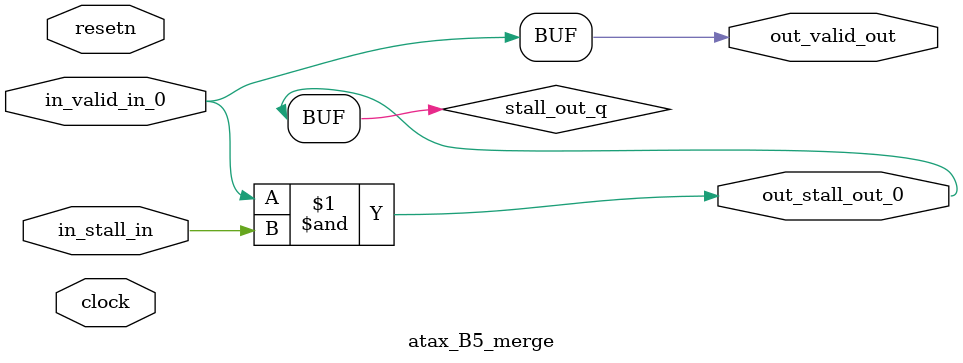
<source format=sv>



(* altera_attribute = "-name AUTO_SHIFT_REGISTER_RECOGNITION OFF; -name MESSAGE_DISABLE 10036; -name MESSAGE_DISABLE 10037; -name MESSAGE_DISABLE 14130; -name MESSAGE_DISABLE 14320; -name MESSAGE_DISABLE 15400; -name MESSAGE_DISABLE 14130; -name MESSAGE_DISABLE 10036; -name MESSAGE_DISABLE 12020; -name MESSAGE_DISABLE 12030; -name MESSAGE_DISABLE 12010; -name MESSAGE_DISABLE 12110; -name MESSAGE_DISABLE 14320; -name MESSAGE_DISABLE 13410; -name MESSAGE_DISABLE 113007; -name MESSAGE_DISABLE 10958" *)
module atax_B5_merge (
    input wire [0:0] in_stall_in,
    input wire [0:0] in_valid_in_0,
    output wire [0:0] out_stall_out_0,
    output wire [0:0] out_valid_out,
    input wire clock,
    input wire resetn
    );

    wire [0:0] stall_out_q;


    // stall_out(LOGICAL,6)
    assign stall_out_q = in_valid_in_0 & in_stall_in;

    // out_stall_out_0(GPOUT,4)
    assign out_stall_out_0 = stall_out_q;

    // out_valid_out(GPOUT,5)
    assign out_valid_out = in_valid_in_0;

endmodule

</source>
